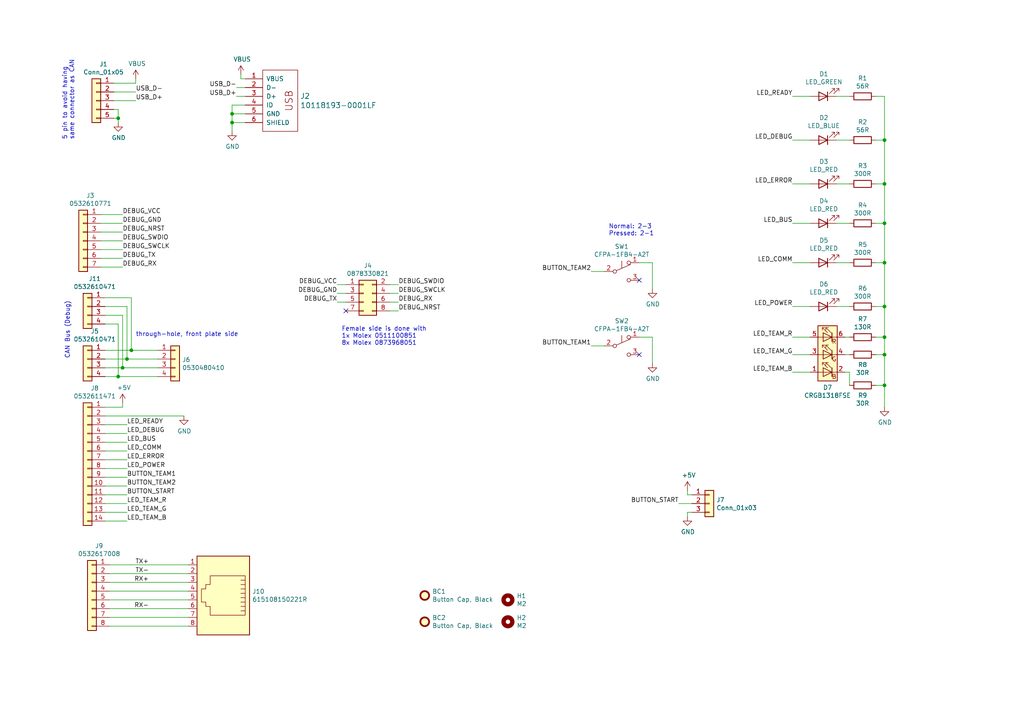
<source format=kicad_sch>
(kicad_sch (version 20230121) (generator eeschema)
  (paper "A4")
  (title_block (title "Front Panel Board") (date "2020-03-15") (rev "v1") (company "CVRA") (comment 1 "Author: Antoine Albertelli") (comment 2 "CC-BY 4.0"))
  (lib_symbols
    (symbol "Connector:RJ45" (pin_names (offset 1.016))
      (property "Reference" "J" (at -5.08 13.97 0))
      (property "Value" "RJ45" (at 2.54 13.97 0))
      (symbol "RJ45_0_1"
        (polyline (pts (xy -5.08 4.445) (xy -6.35 4.445)))
        (polyline (pts (xy -5.08 5.715) (xy -6.35 5.715)))
        (polyline (pts (xy -6.35 -3.175) (xy -5.08 -3.175) (xy -5.08 -3.175)))
        (polyline (pts (xy -6.35 -1.905) (xy -5.08 -1.905) (xy -5.08 -1.905)))
        (polyline (pts (xy -6.35 -0.635) (xy -5.08 -0.635) (xy -5.08 -0.635)))
        (polyline (pts (xy -6.35 0.635) (xy -5.08 0.635) (xy -5.08 0.635)))
        (polyline (pts (xy -6.35 1.905) (xy -5.08 1.905) (xy -5.08 1.905)))
        (polyline (pts (xy -5.08 3.175) (xy -6.35 3.175) (xy -6.35 3.175)))
        (polyline (pts (xy -6.35 -4.445) (xy -6.35 6.985) (xy 3.81 6.985) (xy 3.81 4.445) (xy 5.08 4.445) (xy 5.08 3.175) (xy 6.35 3.175) (xy 6.35 -0.635) (xy 5.08 -0.635) (xy 5.08 -1.905) (xy 3.81 -1.905) (xy 3.81 -4.445) (xy -6.35 -4.445) (xy -6.35 -4.445)))
        (rectangle (start 7.62 12.7) (end -7.62 -10.16) (stroke (width 0.254)) (fill (type background)))
      )
      (symbol "RJ45_1_1"
        (pin passive line (at 10.16 -7.62 180) (length 2.54) (name "~") (number "1"))
        (pin passive line (at 10.16 -5.08 180) (length 2.54) (name "~") (number "2"))
        (pin passive line (at 10.16 -2.54 180) (length 2.54) (name "~") (number "3"))
        (pin passive line (at 10.16 0 180) (length 2.54) (name "~") (number "4"))
        (pin passive line (at 10.16 2.54 180) (length 2.54) (name "~") (number "5"))
        (pin passive line (at 10.16 5.08 180) (length 2.54) (name "~") (number "6"))
        (pin passive line (at 10.16 7.62 180) (length 2.54) (name "~") (number "7"))
        (pin passive line (at 10.16 10.16 180) (length 2.54) (name "~") (number "8"))
      )
    )
    (symbol "Connector_Generic:Conn_01x03" (pin_names (offset 1.016) hide)
      (property "Reference" "J" (at 0 5.08 0))
      (property "Value" "Conn_01x03" (at 0 -5.08 0))
      (symbol "Conn_01x03_1_1"
        (rectangle (start -1.27 -2.413) (end 0 -2.667) (stroke (width 0.1524)))
        (rectangle (start -1.27 0.127) (end 0 -0.127) (stroke (width 0.1524)))
        (rectangle (start -1.27 2.667) (end 0 2.413) (stroke (width 0.1524)))
        (rectangle (start -1.27 3.81) (end 1.27 -3.81) (stroke (width 0.254)) (fill (type background)))
        (pin passive line (at -5.08 2.54 0) (length 3.81) (name "Pin_1") (number "1"))
        (pin passive line (at -5.08 0 0) (length 3.81) (name "Pin_2") (number "2"))
        (pin passive line (at -5.08 -2.54 0) (length 3.81) (name "Pin_3") (number "3"))
      )
    )
    (symbol "Connector_Generic:Conn_01x04" (pin_names (offset 1.016) hide)
      (property "Reference" "J" (at 0 5.08 0))
      (property "Value" "Conn_01x04" (at 0 -7.62 0))
      (symbol "Conn_01x04_1_1"
        (rectangle (start -1.27 -4.953) (end 0 -5.207) (stroke (width 0.1524)))
        (rectangle (start -1.27 -2.413) (end 0 -2.667) (stroke (width 0.1524)))
        (rectangle (start -1.27 0.127) (end 0 -0.127) (stroke (width 0.1524)))
        (rectangle (start -1.27 2.667) (end 0 2.413) (stroke (width 0.1524)))
        (rectangle (start -1.27 3.81) (end 1.27 -6.35) (stroke (width 0.254)) (fill (type background)))
        (pin passive line (at -5.08 2.54 0) (length 3.81) (name "Pin_1") (number "1"))
        (pin passive line (at -5.08 0 0) (length 3.81) (name "Pin_2") (number "2"))
        (pin passive line (at -5.08 -2.54 0) (length 3.81) (name "Pin_3") (number "3"))
        (pin passive line (at -5.08 -5.08 0) (length 3.81) (name "Pin_4") (number "4"))
      )
    )
    (symbol "Connector_Generic:Conn_01x05" (pin_names (offset 1.016) hide)
      (property "Reference" "J" (at 0 7.62 0))
      (property "Value" "Conn_01x05" (at 0 -7.62 0))
      (symbol "Conn_01x05_1_1"
        (rectangle (start -1.27 -4.953) (end 0 -5.207) (stroke (width 0.1524)))
        (rectangle (start -1.27 -2.413) (end 0 -2.667) (stroke (width 0.1524)))
        (rectangle (start -1.27 0.127) (end 0 -0.127) (stroke (width 0.1524)))
        (rectangle (start -1.27 2.667) (end 0 2.413) (stroke (width 0.1524)))
        (rectangle (start -1.27 5.207) (end 0 4.953) (stroke (width 0.1524)))
        (rectangle (start -1.27 6.35) (end 1.27 -6.35) (stroke (width 0.254)) (fill (type background)))
        (pin passive line (at -5.08 5.08 0) (length 3.81) (name "Pin_1") (number "1"))
        (pin passive line (at -5.08 2.54 0) (length 3.81) (name "Pin_2") (number "2"))
        (pin passive line (at -5.08 0 0) (length 3.81) (name "Pin_3") (number "3"))
        (pin passive line (at -5.08 -2.54 0) (length 3.81) (name "Pin_4") (number "4"))
        (pin passive line (at -5.08 -5.08 0) (length 3.81) (name "Pin_5") (number "5"))
      )
    )
    (symbol "Connector_Generic:Conn_01x07" (pin_names (offset 1.016) hide)
      (property "Reference" "J" (at 0 10.16 0))
      (property "Value" "Conn_01x07" (at 0 -10.16 0))
      (symbol "Conn_01x07_1_1"
        (rectangle (start -1.27 -7.493) (end 0 -7.747) (stroke (width 0.1524)))
        (rectangle (start -1.27 -4.953) (end 0 -5.207) (stroke (width 0.1524)))
        (rectangle (start -1.27 -2.413) (end 0 -2.667) (stroke (width 0.1524)))
        (rectangle (start -1.27 0.127) (end 0 -0.127) (stroke (width 0.1524)))
        (rectangle (start -1.27 2.667) (end 0 2.413) (stroke (width 0.1524)))
        (rectangle (start -1.27 5.207) (end 0 4.953) (stroke (width 0.1524)))
        (rectangle (start -1.27 7.747) (end 0 7.493) (stroke (width 0.1524)))
        (rectangle (start -1.27 8.89) (end 1.27 -8.89) (stroke (width 0.254)) (fill (type background)))
        (pin passive line (at -5.08 7.62 0) (length 3.81) (name "Pin_1") (number "1"))
        (pin passive line (at -5.08 5.08 0) (length 3.81) (name "Pin_2") (number "2"))
        (pin passive line (at -5.08 2.54 0) (length 3.81) (name "Pin_3") (number "3"))
        (pin passive line (at -5.08 0 0) (length 3.81) (name "Pin_4") (number "4"))
        (pin passive line (at -5.08 -2.54 0) (length 3.81) (name "Pin_5") (number "5"))
        (pin passive line (at -5.08 -5.08 0) (length 3.81) (name "Pin_6") (number "6"))
        (pin passive line (at -5.08 -7.62 0) (length 3.81) (name "Pin_7") (number "7"))
      )
    )
    (symbol "Connector_Generic:Conn_01x08" (pin_names (offset 1.016) hide)
      (property "Reference" "J" (at 0 10.16 0))
      (property "Value" "Conn_01x08" (at 0 -12.7 0))
      (symbol "Conn_01x08_1_1"
        (rectangle (start -1.27 -10.033) (end 0 -10.287) (stroke (width 0.1524)))
        (rectangle (start -1.27 -7.493) (end 0 -7.747) (stroke (width 0.1524)))
        (rectangle (start -1.27 -4.953) (end 0 -5.207) (stroke (width 0.1524)))
        (rectangle (start -1.27 -2.413) (end 0 -2.667) (stroke (width 0.1524)))
        (rectangle (start -1.27 0.127) (end 0 -0.127) (stroke (width 0.1524)))
        (rectangle (start -1.27 2.667) (end 0 2.413) (stroke (width 0.1524)))
        (rectangle (start -1.27 5.207) (end 0 4.953) (stroke (width 0.1524)))
        (rectangle (start -1.27 7.747) (end 0 7.493) (stroke (width 0.1524)))
        (rectangle (start -1.27 8.89) (end 1.27 -11.43) (stroke (width 0.254)) (fill (type background)))
        (pin passive line (at -5.08 7.62 0) (length 3.81) (name "Pin_1") (number "1"))
        (pin passive line (at -5.08 5.08 0) (length 3.81) (name "Pin_2") (number "2"))
        (pin passive line (at -5.08 2.54 0) (length 3.81) (name "Pin_3") (number "3"))
        (pin passive line (at -5.08 0 0) (length 3.81) (name "Pin_4") (number "4"))
        (pin passive line (at -5.08 -2.54 0) (length 3.81) (name "Pin_5") (number "5"))
        (pin passive line (at -5.08 -5.08 0) (length 3.81) (name "Pin_6") (number "6"))
        (pin passive line (at -5.08 -7.62 0) (length 3.81) (name "Pin_7") (number "7"))
        (pin passive line (at -5.08 -10.16 0) (length 3.81) (name "Pin_8") (number "8"))
      )
    )
    (symbol "Connector_Generic:Conn_01x14" (pin_names (offset 1.016) hide)
      (property "Reference" "J" (at 0 17.78 0))
      (property "Value" "Conn_01x14" (at 0 -20.32 0))
      (symbol "Conn_01x14_1_1"
        (rectangle (start -1.27 -17.653) (end 0 -17.907) (stroke (width 0.1524)))
        (rectangle (start -1.27 -15.113) (end 0 -15.367) (stroke (width 0.1524)))
        (rectangle (start -1.27 -12.573) (end 0 -12.827) (stroke (width 0.1524)))
        (rectangle (start -1.27 -10.033) (end 0 -10.287) (stroke (width 0.1524)))
        (rectangle (start -1.27 -7.493) (end 0 -7.747) (stroke (width 0.1524)))
        (rectangle (start -1.27 -4.953) (end 0 -5.207) (stroke (width 0.1524)))
        (rectangle (start -1.27 -2.413) (end 0 -2.667) (stroke (width 0.1524)))
        (rectangle (start -1.27 0.127) (end 0 -0.127) (stroke (width 0.1524)))
        (rectangle (start -1.27 2.667) (end 0 2.413) (stroke (width 0.1524)))
        (rectangle (start -1.27 5.207) (end 0 4.953) (stroke (width 0.1524)))
        (rectangle (start -1.27 7.747) (end 0 7.493) (stroke (width 0.1524)))
        (rectangle (start -1.27 10.287) (end 0 10.033) (stroke (width 0.1524)))
        (rectangle (start -1.27 12.827) (end 0 12.573) (stroke (width 0.1524)))
        (rectangle (start -1.27 15.367) (end 0 15.113) (stroke (width 0.1524)))
        (rectangle (start -1.27 16.51) (end 1.27 -19.05) (stroke (width 0.254)) (fill (type background)))
        (pin passive line (at -5.08 15.24 0) (length 3.81) (name "Pin_1") (number "1"))
        (pin passive line (at -5.08 -7.62 0) (length 3.81) (name "Pin_10") (number "10"))
        (pin passive line (at -5.08 -10.16 0) (length 3.81) (name "Pin_11") (number "11"))
        (pin passive line (at -5.08 -12.7 0) (length 3.81) (name "Pin_12") (number "12"))
        (pin passive line (at -5.08 -15.24 0) (length 3.81) (name "Pin_13") (number "13"))
        (pin passive line (at -5.08 -17.78 0) (length 3.81) (name "Pin_14") (number "14"))
        (pin passive line (at -5.08 12.7 0) (length 3.81) (name "Pin_2") (number "2"))
        (pin passive line (at -5.08 10.16 0) (length 3.81) (name "Pin_3") (number "3"))
        (pin passive line (at -5.08 7.62 0) (length 3.81) (name "Pin_4") (number "4"))
        (pin passive line (at -5.08 5.08 0) (length 3.81) (name "Pin_5") (number "5"))
        (pin passive line (at -5.08 2.54 0) (length 3.81) (name "Pin_6") (number "6"))
        (pin passive line (at -5.08 0 0) (length 3.81) (name "Pin_7") (number "7"))
        (pin passive line (at -5.08 -2.54 0) (length 3.81) (name "Pin_8") (number "8"))
        (pin passive line (at -5.08 -5.08 0) (length 3.81) (name "Pin_9") (number "9"))
      )
    )
    (symbol "Connector_Generic:Conn_02x04_Odd_Even" (pin_names (offset 1.016) hide)
      (property "Reference" "J" (at 1.27 5.08 0))
      (property "Value" "Conn_02x04_Odd_Even" (at 1.27 -7.62 0))
      (symbol "Conn_02x04_Odd_Even_1_1"
        (rectangle (start -1.27 -4.953) (end 0 -5.207) (stroke (width 0.1524)))
        (rectangle (start -1.27 -2.413) (end 0 -2.667) (stroke (width 0.1524)))
        (rectangle (start -1.27 0.127) (end 0 -0.127) (stroke (width 0.1524)))
        (rectangle (start -1.27 2.667) (end 0 2.413) (stroke (width 0.1524)))
        (rectangle (start -1.27 3.81) (end 3.81 -6.35) (stroke (width 0.254)) (fill (type background)))
        (rectangle (start 3.81 -4.953) (end 2.54 -5.207) (stroke (width 0.1524)))
        (rectangle (start 3.81 -2.413) (end 2.54 -2.667) (stroke (width 0.1524)))
        (rectangle (start 3.81 0.127) (end 2.54 -0.127) (stroke (width 0.1524)))
        (rectangle (start 3.81 2.667) (end 2.54 2.413) (stroke (width 0.1524)))
        (pin passive line (at -5.08 2.54 0) (length 3.81) (name "Pin_1") (number "1"))
        (pin passive line (at 7.62 2.54 180) (length 3.81) (name "Pin_2") (number "2"))
        (pin passive line (at -5.08 0 0) (length 3.81) (name "Pin_3") (number "3"))
        (pin passive line (at 7.62 0 180) (length 3.81) (name "Pin_4") (number "4"))
        (pin passive line (at -5.08 -2.54 0) (length 3.81) (name "Pin_5") (number "5"))
        (pin passive line (at 7.62 -2.54 180) (length 3.81) (name "Pin_6") (number "6"))
        (pin passive line (at -5.08 -5.08 0) (length 3.81) (name "Pin_7") (number "7"))
        (pin passive line (at 7.62 -5.08 180) (length 3.81) (name "Pin_8") (number "8"))
      )
    )
    (symbol "Device:LED" (pin_numbers hide) (pin_names (offset 1.016) hide)
      (property "Reference" "D" (at 0 2.54 0))
      (property "Value" "LED" (at 0 -2.54 0))
      (symbol "LED_0_1"
        (polyline (pts (xy -1.27 -1.27) (xy -1.27 1.27)) (stroke (width 0.254)))
        (polyline (pts (xy -1.27 0) (xy 1.27 0)))
        (polyline (pts (xy 1.27 -1.27) (xy 1.27 1.27) (xy -1.27 0) (xy 1.27 -1.27)) (stroke (width 0.254)))
        (polyline (pts (xy -3.048 -0.762) (xy -4.572 -2.286) (xy -3.81 -2.286) (xy -4.572 -2.286) (xy -4.572 -1.524)))
        (polyline (pts (xy -1.778 -0.762) (xy -3.302 -2.286) (xy -2.54 -2.286) (xy -3.302 -2.286) (xy -3.302 -1.524)))
      )
      (symbol "LED_1_1"
        (pin passive line (at -3.81 0 0) (length 2.54) (name "K") (number "1"))
        (pin passive line (at 3.81 0 180) (length 2.54) (name "A") (number "2"))
      )
    )
    (symbol "Device:R" (pin_numbers hide) (pin_names (offset 0))
      (property "Reference" "R" (at 2.032 0 90))
      (property "Value" "R" (at 0 0 90))
      (symbol "R_0_1"
        (rectangle (start -1.016 -2.54) (end 1.016 2.54) (stroke (width 0.254)))
      )
      (symbol "R_1_1"
        (pin passive line (at 0 3.81 270) (length 1.27) (name "~") (number "1"))
        (pin passive line (at 0 -3.81 90) (length 1.27) (name "~") (number "2"))
      )
    )
    (symbol "Mechanical:Fiducial"
      (property "Reference" "FID" (at 0 5.08 0))
      (property "Value" "Fiducial" (at 0 3.175 0))
      (symbol "Fiducial_0_1"
        (circle (center 0 0) (radius 1.27) (stroke (width 0.508)) (fill (type background)))
      )
    )
    (symbol "Mechanical:MountingHole" (pin_names (offset 1.016))
      (property "Reference" "H" (at 0 5.08 0))
      (property "Value" "MountingHole" (at 0 3.175 0))
      (symbol "MountingHole_0_1"
        (circle (center 0 0) (radius 1.27) (stroke (width 1.27)))
      )
    )
    (symbol "Switch:SW_Push_SPDT" (pin_names (offset 0) hide)
      (property "Reference" "SW" (at 0 4.318 0))
      (property "Value" "SW_Push_SPDT" (at 0 -5.08 0))
      (symbol "SW_Push_SPDT_0_0"
        (circle (center -2.032 0) (radius 0.508))
        (polyline (pts (xy 0 1.016) (xy 0 3.048)))
        (circle (center 2.032 -2.54) (radius 0.508))
      )
      (symbol "SW_Push_SPDT_0_1"
        (polyline (pts (xy -1.524 0.254) (xy 2.54 2.032)))
        (circle (center 2.032 2.54) (radius 0.508))
      )
      (symbol "SW_Push_SPDT_1_1"
        (pin passive line (at 5.08 2.54 180) (length 2.54) (name "A") (number "1"))
        (pin passive line (at -5.08 0 0) (length 2.54) (name "B") (number "2"))
        (pin passive line (at 5.08 -2.54 180) (length 2.54) (name "C") (number "3"))
      )
    )
    (symbol "front-panel-board-rescue:10118193-0001LF-cvracon" (pin_names (offset 1.016))
      (property "Reference" "CONN" (at 0 10.16 0))
      (property "Value" "cvracon_10118193-0001LF" (at 1.27 -10.16 0))
      (symbol "10118193-0001LF-cvracon_0_0"
        (text "USB" (at 3.81 0 900) (effects (font (size 2.032 2.032))))
      )
      (symbol "10118193-0001LF-cvracon_0_1"
        (rectangle (start -3.81 8.89) (end 6.35 -8.89))
      )
      (symbol "10118193-0001LF-cvracon_1_1"
        (pin power_out line (at -8.89 6.35 0) (length 5.08) (name "VBUS") (number "1"))
        (pin bidirectional line (at -8.89 3.81 0) (length 5.08) (name "D-") (number "2"))
        (pin bidirectional line (at -8.89 1.27 0) (length 5.08) (name "D+") (number "3"))
        (pin output line (at -8.89 -1.27 0) (length 5.08) (name "ID") (number "4"))
        (pin power_out line (at -8.89 -3.81 0) (length 5.08) (name "GND") (number "5"))
        (pin passive line (at -8.89 -6.35 0) (length 5.08) (name "SHIELD") (number "6"))
      )
    )
    (symbol "front-panel-board-rescue:CRGB1318FSE-led_rgb" (pin_names (offset 0) hide)
      (property "Reference" "D" (at 0 9.398 0))
      (property "Value" "led_rgb_CRGB1318FSE" (at 0 -8.89 0))
      (symbol "CRGB1318FSE-led_rgb_0_0"
        (text "B" (at -1.905 -6.35 0) (effects (font (size 1.27 1.27))))
        (text "G" (at -1.905 -1.27 0) (effects (font (size 1.27 1.27))))
        (text "R" (at -1.905 3.81 0) (effects (font (size 1.27 1.27))))
      )
      (symbol "CRGB1318FSE-led_rgb_0_1"
        (polyline (pts (xy -1.27 -5.08) (xy -2.54 -5.08)))
        (polyline (pts (xy -1.27 -5.08) (xy 1.27 -5.08)))
        (polyline (pts (xy -1.27 -3.81) (xy -1.27 -6.35)))
        (polyline (pts (xy -1.27 -3.81) (xy -1.27 -6.35)) (stroke (width 0.2032)))
        (polyline (pts (xy -1.27 0) (xy -2.54 0)))
        (polyline (pts (xy -1.27 1.27) (xy -1.27 -1.27)) (stroke (width 0.2032)))
        (polyline (pts (xy -1.27 5.08) (xy -2.54 5.08)))
        (polyline (pts (xy -1.27 5.08) (xy 1.27 5.08)))
        (polyline (pts (xy -1.27 6.35) (xy -1.27 3.81)) (stroke (width 0.2032)))
        (polyline (pts (xy 1.27 -5.08) (xy 2.54 -5.08)))
        (polyline (pts (xy 1.27 0) (xy -1.27 0)))
        (polyline (pts (xy 1.27 0) (xy 2.54 0)))
        (polyline (pts (xy 1.27 5.08) (xy 2.54 5.08)))
        (polyline (pts (xy -1.27 1.27) (xy -1.27 -1.27) (xy -1.27 -1.27)))
        (polyline (pts (xy -1.27 6.35) (xy -1.27 3.81) (xy -1.27 3.81)))
        (polyline (pts (xy 1.27 -3.81) (xy 1.27 -6.35) (xy -1.27 -5.08) (xy 1.27 -3.81)) (stroke (width 0.2032)))
        (polyline (pts (xy 1.27 1.27) (xy 1.27 -1.27) (xy -1.27 0) (xy 1.27 1.27)) (stroke (width 0.2032)))
        (polyline (pts (xy 1.27 6.35) (xy 1.27 3.81) (xy -1.27 5.08) (xy 1.27 6.35)) (stroke (width 0.2032)))
        (polyline (pts (xy -1.016 -3.81) (xy 0.508 -2.286) (xy -0.254 -2.286) (xy 0.508 -2.286) (xy 0.508 -3.048)))
        (polyline (pts (xy -1.016 1.27) (xy 0.508 2.794) (xy -0.254 2.794) (xy 0.508 2.794) (xy 0.508 2.032)))
        (polyline (pts (xy -1.016 6.35) (xy 0.508 7.874) (xy -0.254 7.874) (xy 0.508 7.874) (xy 0.508 7.112)))
        (polyline (pts (xy 0 -3.81) (xy 1.524 -2.286) (xy 0.762 -2.286) (xy 1.524 -2.286) (xy 1.524 -3.048)))
        (polyline (pts (xy 0 1.27) (xy 1.524 2.794) (xy 0.762 2.794) (xy 1.524 2.794) (xy 1.524 2.032)))
        (polyline (pts (xy 0 6.35) (xy 1.524 7.874) (xy 0.762 7.874) (xy 1.524 7.874) (xy 1.524 7.112)))
        (rectangle (start 1.27 -1.27) (end 1.27 1.27))
        (rectangle (start 1.27 1.27) (end 1.27 1.27))
        (rectangle (start 1.27 3.81) (end 1.27 6.35))
        (rectangle (start 1.27 6.35) (end 1.27 6.35))
        (rectangle (start 2.794 8.382) (end -2.794 -7.62) (stroke (width 0.254)) (fill (type background)))
      )
      (symbol "CRGB1318FSE-led_rgb_1_1"
        (pin passive line (at 5.08 -5.08 180) (length 2.54) (name "BA") (number "1"))
        (pin passive line (at -5.08 -5.08 0) (length 2.54) (name "BK") (number "2"))
        (pin passive line (at 5.08 0 180) (length 2.54) (name "GA") (number "3"))
        (pin passive line (at -5.08 0 0) (length 2.54) (name "GK") (number "4"))
        (pin passive line (at 5.08 5.08 180) (length 2.54) (name "RA") (number "5"))
        (pin passive line (at -5.08 5.08 0) (length 2.54) (name "RK") (number "6"))
      )
    )
    (symbol "power:+5V" (power) (pin_names (offset 0))
      (property "Value" "+5V" (at 0 3.556 0))
      (symbol "+5V_0_1"
        (polyline (pts (xy -0.762 1.27) (xy 0 2.54)))
        (polyline (pts (xy 0 0) (xy 0 2.54)))
        (polyline (pts (xy 0 2.54) (xy 0.762 1.27)))
      )
      (symbol "+5V_1_1"
        (pin power_in line (at 0 0 90) (length 0) hide (name "+5V") (number "1"))
      )
    )
    (symbol "power:GND" (power) (pin_names (offset 0))
      (property "Value" "GND" (at 0 -3.81 0))
      (symbol "GND_0_1"
        (polyline (pts (xy 0 0) (xy 0 -1.27) (xy 1.27 -1.27) (xy 0 -2.54) (xy -1.27 -1.27) (xy 0 -1.27)))
      )
      (symbol "GND_1_1"
        (pin power_in line (at 0 0 270) (length 0) hide (name "GND") (number "1"))
      )
    )
    (symbol "power:VBUS" (power) (pin_names (offset 0))
      (property "Value" "VBUS" (at 0 3.81 0))
      (symbol "VBUS_0_1"
        (polyline (pts (xy -0.762 1.27) (xy 0 2.54)))
        (polyline (pts (xy 0 0) (xy 0 2.54)))
        (polyline (pts (xy 0 2.54) (xy 0.762 1.27)))
      )
      (symbol "VBUS_1_1"
        (pin power_in line (at 0 0 90) (length 0) hide (name "VBUS") (number "1"))
      )
    )
  )
  (junction (at 256.54 102.87))
  (junction (at 256.54 64.77))
  (junction (at 256.54 53.34))
  (junction (at 256.54 88.9))
  (junction (at 256.54 76.2))
  (junction (at 67.31 35.56))
  (junction (at 256.54 40.64))
  (junction (at 256.54 111.76))
  (junction (at 38.1 101.6))
  (junction (at 67.31 33.02))
  (junction (at 256.54 97.79))
  (junction (at 34.29 34.29))
  (junction (at 36.83 104.14))
  (junction (at 35.56 106.68))
  (junction (at 34.29 109.22))
  (no_connect (at 185.42 81.28))
  (no_connect (at 185.42 102.87))
  (no_connect (at 100.33 90.17))
  (wire (pts (xy 242.57 40.64) (xy 246.38 40.64)))
  (wire (pts (xy 200.66 148.59) (xy 199.39 148.59)))
  (wire (pts (xy 33.02 24.13) (xy 39.37 24.13)))
  (wire (pts (xy 97.79 87.63) (xy 100.33 87.63)))
  (wire (pts (xy 245.11 97.79) (xy 246.38 97.79)))
  (wire (pts (xy 30.48 88.9) (xy 36.83 88.9)))
  (wire (pts (xy 30.48 140.97) (xy 36.83 140.97)))
  (wire (pts (xy 199.39 143.51) (xy 199.39 142.24)))
  (wire (pts (xy 30.48 120.65) (xy 53.34 120.65)))
  (wire (pts (xy 256.54 88.9) (xy 256.54 76.2)))
  (wire (pts (xy 34.29 109.22) (xy 30.48 109.22)))
  (wire (pts (xy 234.95 102.87) (xy 229.87 102.87)))
  (wire (pts (xy 254 76.2) (xy 256.54 76.2)))
  (wire (pts (xy 54.61 168.91) (xy 31.75 168.91)))
  (wire (pts (xy 29.21 72.39) (xy 35.56 72.39)))
  (wire (pts (xy 189.23 76.2) (xy 189.23 83.82)))
  (wire (pts (xy 33.02 29.21) (xy 39.37 29.21)))
  (wire (pts (xy 229.87 88.9) (xy 234.95 88.9)))
  (wire (pts (xy 31.75 163.83) (xy 54.61 163.83)))
  (wire (pts (xy 35.56 91.44) (xy 35.56 106.68)))
  (wire (pts (xy 246.38 107.95) (xy 245.11 107.95)))
  (wire (pts (xy 71.12 35.56) (xy 67.31 35.56)))
  (wire (pts (xy 229.87 40.64) (xy 234.95 40.64)))
  (wire (pts (xy 30.48 128.27) (xy 36.83 128.27)))
  (wire (pts (xy 31.75 181.61) (xy 54.61 181.61)))
  (wire (pts (xy 256.54 76.2) (xy 256.54 64.77)))
  (wire (pts (xy 30.48 138.43) (xy 36.83 138.43)))
  (wire (pts (xy 38.1 101.6) (xy 45.72 101.6)))
  (wire (pts (xy 242.57 27.94) (xy 246.38 27.94)))
  (wire (pts (xy 189.23 97.79) (xy 189.23 105.41)))
  (wire (pts (xy 171.45 100.33) (xy 175.26 100.33)))
  (wire (pts (xy 242.57 53.34) (xy 246.38 53.34)))
  (wire (pts (xy 45.72 109.22) (xy 34.29 109.22)))
  (wire (pts (xy 30.48 101.6) (xy 38.1 101.6)))
  (wire (pts (xy 33.02 34.29) (xy 34.29 34.29)))
  (wire (pts (xy 33.02 26.67) (xy 39.37 26.67)))
  (wire (pts (xy 30.48 130.81) (xy 36.83 130.81)))
  (wire (pts (xy 35.56 74.93) (xy 29.21 74.93)))
  (wire (pts (xy 35.56 69.85) (xy 29.21 69.85)))
  (wire (pts (xy 30.48 146.05) (xy 36.83 146.05)))
  (wire (pts (xy 171.45 78.74) (xy 175.26 78.74)))
  (wire (pts (xy 97.79 85.09) (xy 100.33 85.09)))
  (wire (pts (xy 234.95 76.2) (xy 229.87 76.2)))
  (wire (pts (xy 229.87 27.94) (xy 234.95 27.94)))
  (wire (pts (xy 35.56 118.11) (xy 35.56 116.84)))
  (wire (pts (xy 229.87 97.79) (xy 234.95 97.79)))
  (wire (pts (xy 254 102.87) (xy 256.54 102.87)))
  (wire (pts (xy 29.21 67.31) (xy 35.56 67.31)))
  (wire (pts (xy 254 88.9) (xy 256.54 88.9)))
  (wire (pts (xy 67.31 33.02) (xy 67.31 35.56)))
  (wire (pts (xy 36.83 88.9) (xy 36.83 104.14)))
  (wire (pts (xy 200.66 143.51) (xy 199.39 143.51)))
  (wire (pts (xy 67.31 30.48) (xy 67.31 33.02)))
  (wire (pts (xy 113.03 82.55) (xy 115.57 82.55)))
  (wire (pts (xy 33.02 31.75) (xy 34.29 31.75)))
  (wire (pts (xy 35.56 106.68) (xy 45.72 106.68)))
  (wire (pts (xy 242.57 64.77) (xy 246.38 64.77)))
  (wire (pts (xy 254 97.79) (xy 256.54 97.79)))
  (wire (pts (xy 29.21 64.77) (xy 35.56 64.77)))
  (wire (pts (xy 185.42 76.2) (xy 189.23 76.2)))
  (wire (pts (xy 246.38 111.76) (xy 246.38 107.95)))
  (wire (pts (xy 30.48 123.19) (xy 36.83 123.19)))
  (wire (pts (xy 29.21 62.23) (xy 35.56 62.23)))
  (wire (pts (xy 71.12 25.4) (xy 68.58 25.4)))
  (wire (pts (xy 69.85 22.86) (xy 69.85 21.59)))
  (wire (pts (xy 31.75 166.37) (xy 54.61 166.37)))
  (wire (pts (xy 54.61 179.07) (xy 31.75 179.07)))
  (wire (pts (xy 97.79 82.55) (xy 100.33 82.55)))
  (wire (pts (xy 31.75 171.45) (xy 54.61 171.45)))
  (wire (pts (xy 256.54 64.77) (xy 256.54 53.34)))
  (wire (pts (xy 185.42 97.79) (xy 189.23 97.79)))
  (wire (pts (xy 256.54 27.94) (xy 254 27.94)))
  (wire (pts (xy 67.31 35.56) (xy 67.31 38.1)))
  (wire (pts (xy 30.48 133.35) (xy 36.83 133.35)))
  (wire (pts (xy 256.54 111.76) (xy 256.54 118.11)))
  (wire (pts (xy 45.72 104.14) (xy 36.83 104.14)))
  (wire (pts (xy 254 40.64) (xy 256.54 40.64)))
  (wire (pts (xy 30.48 118.11) (xy 35.56 118.11)))
  (wire (pts (xy 256.54 102.87) (xy 256.54 111.76)))
  (wire (pts (xy 71.12 22.86) (xy 69.85 22.86)))
  (wire (pts (xy 254 111.76) (xy 256.54 111.76)))
  (wire (pts (xy 113.03 85.09) (xy 115.57 85.09)))
  (wire (pts (xy 234.95 53.34) (xy 229.87 53.34)))
  (wire (pts (xy 30.48 86.36) (xy 38.1 86.36)))
  (wire (pts (xy 36.83 104.14) (xy 30.48 104.14)))
  (wire (pts (xy 34.29 93.98) (xy 34.29 109.22)))
  (wire (pts (xy 256.54 97.79) (xy 256.54 102.87)))
  (wire (pts (xy 71.12 30.48) (xy 67.31 30.48)))
  (wire (pts (xy 30.48 125.73) (xy 36.83 125.73)))
  (wire (pts (xy 196.85 146.05) (xy 200.66 146.05)))
  (wire (pts (xy 254 53.34) (xy 256.54 53.34)))
  (wire (pts (xy 34.29 34.29) (xy 34.29 35.56)))
  (wire (pts (xy 30.48 143.51) (xy 36.83 143.51)))
  (wire (pts (xy 30.48 93.98) (xy 34.29 93.98)))
  (wire (pts (xy 39.37 24.13) (xy 39.37 22.86)))
  (wire (pts (xy 68.58 27.94) (xy 71.12 27.94)))
  (wire (pts (xy 113.03 87.63) (xy 115.57 87.63)))
  (wire (pts (xy 30.48 106.68) (xy 35.56 106.68)))
  (wire (pts (xy 31.75 176.53) (xy 54.61 176.53)))
  (wire (pts (xy 34.29 31.75) (xy 34.29 34.29)))
  (wire (pts (xy 256.54 53.34) (xy 256.54 40.64)))
  (wire (pts (xy 30.48 135.89) (xy 36.83 135.89)))
  (wire (pts (xy 245.11 102.87) (xy 246.38 102.87)))
  (wire (pts (xy 113.03 90.17) (xy 115.57 90.17)))
  (wire (pts (xy 234.95 107.95) (xy 229.87 107.95)))
  (wire (pts (xy 229.87 64.77) (xy 234.95 64.77)))
  (wire (pts (xy 242.57 88.9) (xy 246.38 88.9)))
  (wire (pts (xy 38.1 86.36) (xy 38.1 101.6)))
  (wire (pts (xy 256.54 40.64) (xy 256.54 27.94)))
  (wire (pts (xy 30.48 151.13) (xy 36.83 151.13)))
  (wire (pts (xy 71.12 33.02) (xy 67.31 33.02)))
  (wire (pts (xy 30.48 91.44) (xy 35.56 91.44)))
  (wire (pts (xy 29.21 77.47) (xy 35.56 77.47)))
  (wire (pts (xy 199.39 148.59) (xy 199.39 149.86)))
  (wire (pts (xy 242.57 76.2) (xy 246.38 76.2)))
  (wire (pts (xy 254 64.77) (xy 256.54 64.77)))
  (wire (pts (xy 36.83 148.59) (xy 30.48 148.59)))
  (wire (pts (xy 54.61 173.99) (xy 31.75 173.99)))
  (wire (pts (xy 256.54 88.9) (xy 256.54 97.79)))
  (text "5 pin to avoid having\nsame connector as CAN" (at 21.59 40.64 90) (effects (font (size 1.27 1.27)) (justify left bottom)))
  (text "Female side is done with\n1x Molex 0511100851\n8x Molex 0873968051" (at 99.06 100.33 0) (effects (font (size 1.27 1.27)) (justify left bottom)))
  (text "Normal: 2-3\nPressed: 2-1" (at 176.53 68.58 0) (effects (font (size 1.27 1.27)) (justify left bottom)))
  (text "CAN Bus (Debug)" (at 20.32 104.14 90) (effects (font (size 1.27 1.27)) (justify left bottom)))
  (text "through-hole, front plate side" (at 39.37 97.79 0) (effects (font (size 1.27 1.27)) (justify left bottom)))
  (label "DEBUG_TX" (at 35.56 74.93 0))
  (label "BUTTON_TEAM2" (at 36.83 140.97 0))
  (label "DEBUG_SWDIO" (at 115.57 82.55 0))
  (label "LED_TEAM_B" (at 229.87 107.95 180))
  (label "DEBUG_VCC" (at 35.56 62.23 0))
  (label "BUTTON_TEAM1" (at 171.45 100.33 180))
  (label "LED_POWER" (at 36.83 135.89 0))
  (label "USB_D+" (at 39.37 29.21 0))
  (label "LED_BUS" (at 229.87 64.77 180))
  (label "TX+" (at 43.18 163.83 180))
  (label "TX-" (at 43.18 166.37 180))
  (label "LED_TEAM_R" (at 36.83 146.05 0))
  (label "BUTTON_START" (at 36.83 143.51 0))
  (label "BUTTON_TEAM1" (at 36.83 138.43 0))
  (label "LED_DEBUG" (at 36.83 125.73 0))
  (label "USB_D+" (at 68.58 27.94 180))
  (label "RX-" (at 43.18 176.53 180))
  (label "LED_TEAM_B" (at 36.83 151.13 0))
  (label "LED_ERROR" (at 36.83 133.35 0))
  (label "LED_BUS" (at 36.83 128.27 0))
  (label "DEBUG_GND" (at 97.79 85.09 180))
  (label "LED_ERROR" (at 229.87 53.34 180))
  (label "BUTTON_TEAM2" (at 171.45 78.74 180))
  (label "LED_DEBUG" (at 229.87 40.64 180))
  (label "LED_COMM" (at 229.87 76.2 180))
  (label "LED_TEAM_G" (at 36.83 148.59 0))
  (label "LED_READY" (at 229.87 27.94 180))
  (label "DEBUG_TX" (at 97.79 87.63 180))
  (label "DEBUG_SWDIO" (at 35.56 69.85 0))
  (label "LED_TEAM_G" (at 229.87 102.87 180))
  (label "DEBUG_RX" (at 35.56 77.47 0))
  (label "USB_D-" (at 39.37 26.67 0))
  (label "LED_READY" (at 36.83 123.19 0))
  (label "USB_D-" (at 68.58 25.4 180))
  (label "BUTTON_START" (at 196.85 146.05 180))
  (label "DEBUG_NRST" (at 115.57 90.17 0))
  (label "RX+" (at 43.18 168.91 180))
  (label "LED_COMM" (at 36.83 130.81 0))
  (label "DEBUG_SWCLK" (at 35.56 72.39 0))
  (label "DEBUG_VCC" (at 97.79 82.55 180))
  (label "LED_POWER" (at 229.87 88.9 180))
  (label "LED_TEAM_R" (at 229.87 97.79 180))
  (label "DEBUG_NRST" (at 35.56 67.31 0))
  (label "DEBUG_SWCLK" (at 115.57 85.09 0))
  (label "DEBUG_GND" (at 35.56 64.77 0))
  (label "DEBUG_RX" (at 115.57 87.63 0))
  (symbol (lib_id "power:GND") (at 67.31 38.1 0) (unit 1)
    (property "Reference" "#PWR04" (effects hide))
    (property "Value" "GND" (at 67.437 42.4942 0))
  )
  (symbol (lib_id "power:GND") (at 34.29 35.56 0) (unit 1)
    (property "Reference" "#PWR03" (effects hide))
    (property "Value" "GND" (at 34.417 39.9542 0))
  )
  (symbol (lib_id "Device:LED") (at 238.76 27.94 180) (unit 1)
    (property "Reference" "D1" (at 238.9378 21.463 0))
    (property "Value" "LED_GREEN" (at 238.9378 23.7744 0))
    (property "Footprint" "_LED_SMD:LED_0603_RightAngle" (effects hide))
    (property "Datasheet" "https://media.digikey.com/pdf/Data%20Sheets/Lite-On%20PDFs/LTST-S270GKT.pdf" (effects hide))
    (property "digikey#" "160-1475-1-ND" (effects hide))
  )
  (symbol (lib_id "Device:R") (at 250.19 27.94 270) (unit 1)
    (property "Reference" "R1" (at 250.19 22.6822 90))
    (property "Value" "56R" (at 250.19 24.9936 90))
    (property "Footprint" "Resistor_SMD:R_0603_1608Metric_Pad1.05x0.95mm_HandSolder" (effects hide))
    (property "digikey#" "311-56.0HRCT-ND" (effects hide))
  )
  (symbol (lib_id "Device:LED") (at 238.76 40.64 180) (unit 1)
    (property "Reference" "D2" (at 238.9378 34.163 0))
    (property "Value" "LED_BLUE" (at 238.9378 36.4744 0))
    (property "Footprint" "_LED_SMD:LED_0603_RightAngle" (effects hide))
    (property "Datasheet" "http://www.inolux-corp.com/datasheet/SMDLED/Mono%20Color%20Side%20View/IN-S63AS%20Series_V1.0.pdf" (effects hide))
    (property "digikey#" "1830-1029-1-ND" (effects hide))
  )
  (symbol (lib_id "Device:R") (at 250.19 40.64 270) (unit 1)
    (property "Reference" "R2" (at 250.19 35.3822 90))
    (property "Value" "56R" (at 250.19 37.6936 90))
    (property "Footprint" "Resistor_SMD:R_0603_1608Metric_Pad1.05x0.95mm_HandSolder" (effects hide))
  )
  (symbol (lib_id "Device:LED") (at 238.76 53.34 180) (unit 1)
    (property "Reference" "D3" (at 238.9378 46.863 0))
    (property "Value" "LED_RED" (at 238.9378 49.1744 0))
    (property "Footprint" "_LED_SMD:LED_0603_RightAngle" (effects hide))
    (property "Datasheet" "http://optoelectronics.liteon.com/upload/download/DS22-2000-210/LTST-S270KRKT.pdf" (effects hide))
    (property "digikey#" "160-1479-1-ND" (effects hide))
  )
  (symbol (lib_id "Device:LED") (at 238.76 64.77 180) (unit 1)
    (property "Reference" "D4" (at 238.9378 58.293 0))
    (property "Value" "LED_RED" (at 238.9378 60.6044 0))
    (property "Footprint" "_LED_SMD:LED_0603_RightAngle" (effects hide))
    (property "Datasheet" "http://optoelectronics.liteon.com/upload/download/DS22-2000-209/LTST-S270KFKT.pdf" (effects hide))
  )
  (symbol (lib_id "Device:R") (at 250.19 53.34 270) (unit 1)
    (property "Reference" "R3" (at 250.19 48.0822 90))
    (property "Value" "300R" (at 250.19 50.3936 90))
    (property "Footprint" "Resistor_SMD:R_0603_1608Metric_Pad1.05x0.95mm_HandSolder" (effects hide))
    (property "digikey#" "311-300HRCT-ND" (effects hide))
  )
  (symbol (lib_id "Device:R") (at 250.19 64.77 270) (unit 1)
    (property "Reference" "R4" (at 250.19 59.5122 90))
    (property "Value" "300R" (at 250.19 61.8236 90))
    (property "Footprint" "Resistor_SMD:R_0603_1608Metric_Pad1.05x0.95mm_HandSolder" (effects hide))
  )
  (symbol (lib_id "Device:LED") (at 238.76 76.2 180) (unit 1)
    (property "Reference" "D5" (at 238.9378 69.723 0))
    (property "Value" "LED_RED" (at 238.9378 72.0344 0))
    (property "Footprint" "_LED_SMD:LED_0603_RightAngle" (effects hide))
    (property "Datasheet" "http://optoelectronics.liteon.com/upload/download/DS22-2000-209/LTST-S270KFKT.pdf" (effects hide))
  )
  (symbol (lib_id "Device:R") (at 250.19 76.2 270) (unit 1)
    (property "Reference" "R5" (at 250.19 70.9422 90))
    (property "Value" "300R" (at 250.19 73.2536 90))
    (property "Footprint" "Resistor_SMD:R_0603_1608Metric_Pad1.05x0.95mm_HandSolder" (effects hide))
  )
  (symbol (lib_id "Device:LED") (at 238.76 88.9 180) (unit 1)
    (property "Reference" "D6" (at 238.9378 82.423 0))
    (property "Value" "LED_RED" (at 238.9378 84.7344 0))
    (property "Footprint" "_LED_SMD:LED_0603_RightAngle" (effects hide))
    (property "Datasheet" "http://optoelectronics.liteon.com/upload/download/DS22-2000-209/LTST-S270KFKT.pdf" (effects hide))
  )
  (symbol (lib_id "Device:R") (at 250.19 88.9 270) (unit 1)
    (property "Reference" "R6" (at 250.19 83.6422 90))
    (property "Value" "300R" (at 250.19 85.9536 90))
    (property "Footprint" "Resistor_SMD:R_0603_1608Metric_Pad1.05x0.95mm_HandSolder" (effects hide))
  )
  (symbol (lib_id "power:+5V") (at 35.56 116.84 0) (unit 1)
    (property "Reference" "#PWR08" (effects hide))
    (property "Value" "+5V" (at 35.941 112.4458 0))
  )
  (symbol (lib_id "power:GND") (at 53.34 120.65 0) (unit 1)
    (property "Reference" "#PWR09" (effects hide))
    (property "Value" "GND" (at 53.467 125.0442 0))
  )
  (symbol (lib_id "Connector_Generic:Conn_01x03") (at 205.74 146.05 0) (unit 1)
    (property "Reference" "J7" (at 207.772 144.9832 0) (effects (justify left)))
    (property "Value" "Conn_01x03" (at 207.772 147.2946 0) (effects (justify left)))
    (property "Footprint" "Connector_Molex:Molex_PicoBlade_53261-0371_1x03-1MP_P1.25mm_Horizontal" (effects hide))
    (property "digikey#" "WM7621CT-ND" (effects hide))
  )
  (symbol (lib_id "power:+5V") (at 199.39 142.24 0) (unit 1)
    (property "Reference" "#PWR010" (effects hide))
    (property "Value" "+5V" (at 199.771 137.8458 0))
  )
  (symbol (lib_id "power:GND") (at 199.39 149.86 0) (unit 1)
    (property "Reference" "#PWR011" (effects hide))
    (property "Value" "GND" (at 199.517 154.2542 0))
  )
  (symbol (lib_id "Connector:RJ45") (at 64.77 171.45 180) (unit 1)
    (property "Reference" "J10" (at 73.152 171.5516 0) (effects (justify right)))
    (property "Value" "615108150221R" (at 73.152 173.863 0) (effects (justify right)))
    (property "Footprint" "_connectors:615108150221R_Ethernet_MiddleMount" (effects hide))
    (property "digikey#" "732-13727-1-ND" (effects hide))
  )
  (symbol (lib_id "Connector_Generic:Conn_01x08") (at 26.67 171.45 0) (mirror y) (unit 1)
    (property "Reference" "J9" (at 28.7528 158.3182 0))
    (property "Value" "0532617008" (at 28.7528 160.6296 0))
    (property "Footprint" "Connector_Molex:Molex_PicoBlade_53261-0871_1x08-1MP_P1.25mm_Horizontal" (effects hide))
    (property "digikey#" "WM26501CT-ND" (effects hide))
  )
  (symbol (lib_id "Switch:SW_Push_SPDT") (at 180.34 78.74 0) (unit 1)
    (property "Reference" "SW1" (at 180.34 71.501 0))
    (property "Value" "CFPA-1FB4-A2T" (at 180.34 73.8124 0))
    (property "Footprint" "_switches:CFPA-1FB4-A2T" (effects hide))
    (property "Datasheet" "https://www.nidec-copal-electronics.com/e/catalog/switch/cfpa.pdf" (effects hide))
    (property "digikey#" "563-1246-1-ND" (effects hide))
  )
  (symbol (lib_id "Mechanical:Fiducial") (at 123.19 172.72 0) (unit 1)
    (property "Reference" "BC1" (at 125.349 171.5516 0) (effects (justify left)))
    (property "Value" "Button Cap, Black" (at 125.349 173.863 0) (effects (justify left)))
    (property "digikey#" "563-1179-ND" (effects hide))
  )
  (symbol (lib_id "power:GND") (at 189.23 83.82 0) (unit 1)
    (property "Reference" "#PWR05" (effects hide))
    (property "Value" "GND" (at 189.357 88.2142 0))
  )
  (symbol (lib_id "Switch:SW_Push_SPDT") (at 180.34 100.33 0) (unit 1)
    (property "Reference" "SW2" (at 180.34 93.091 0))
    (property "Value" "CFPA-1FB4-A2T" (at 180.34 95.4024 0))
    (property "Footprint" "_switches:CFPA-1FB4-A2T" (effects hide))
    (property "Datasheet" "https://www.nidec-copal-electronics.com/e/catalog/switch/cfpa.pdf" (effects hide))
    (property "digikey#" "563-1246-1-ND" (effects hide))
  )
  (symbol (lib_id "Mechanical:Fiducial") (at 123.19 180.34 0) (unit 1)
    (property "Reference" "BC2" (at 125.349 179.1716 0) (effects (justify left)))
    (property "Value" "Button Cap, Black" (at 125.349 181.483 0) (effects (justify left)))
    (property "digikey#" "563-1179-ND" (effects hide))
  )
  (symbol (lib_id "power:GND") (at 189.23 105.41 0) (unit 1)
    (property "Reference" "#PWR07" (effects hide))
    (property "Value" "GND" (at 189.357 109.8042 0))
  )
  (symbol (lib_id "Connector_Generic:Conn_01x04") (at 50.8 104.14 0) (unit 1)
    (property "Reference" "J6" (at 52.832 104.3432 0) (effects (justify left)))
    (property "Value" "0530480410" (at 52.832 106.6546 0) (effects (justify left)))
    (property "Footprint" "_connectors:Molex-PicoBlade-4-Edge" (effects hide))
    (property "digikey#" "WM1744-ND" (effects hide))
  )
  (symbol (lib_id "Connector_Generic:Conn_01x04") (at 25.4 104.14 0) (mirror y) (unit 1)
    (property "Reference" "J5" (at 27.4828 96.0882 0))
    (property "Value" "0532610471" (at 27.4828 98.3996 0))
    (property "Footprint" "Connector_Molex:Molex_PicoBlade_53261-0471_1x04-1MP_P1.25mm_Horizontal" (effects hide))
    (property "digikey#" "WM7622TR-ND" (effects hide))
  )
  (symbol (lib_id "Connector_Generic:Conn_01x14") (at 25.4 133.35 0) (mirror y) (unit 1)
    (property "Reference" "J8" (at 27.4828 112.5982 0))
    (property "Value" "0532611471" (at 27.4828 114.9096 0))
    (property "Footprint" "Connector_Molex:Molex_PicoBlade_53261-1471_1x14-1MP_P1.25mm_Horizontal" (effects hide))
    (property "digikey#" "WM7631CT-ND" (effects hide))
  )
  (symbol (lib_id "Connector_Generic:Conn_02x04_Odd_Even") (at 105.41 85.09 0) (unit 1)
    (property "Reference" "J4" (at 106.68 77.0382 0))
    (property "Value" "0878330821" (at 106.68 79.3496 0))
    (property "Footprint" "_connectors:0878330821_02x03_pin_header" (effects hide))
    (property "digikey#" "WM23634-ND" (effects hide))
  )
  (symbol (lib_id "Connector_Generic:Conn_01x07") (at 24.13 69.85 0) (mirror y) (unit 1)
    (property "Reference" "J3" (at 26.2128 56.7182 0))
    (property "Value" "0532610771" (at 26.2128 59.0296 0))
    (property "Footprint" "Connector_Molex:Molex_PicoBlade_53261-0771_1x07-1MP_P1.25mm_Horizontal" (effects hide))
    (property "digikey#" "WM7625CT-ND" (effects hide))
  )
  (symbol (lib_id "Mechanical:MountingHole") (at 147.32 173.99 0) (unit 1)
    (property "Reference" "H1" (at 149.86 172.8216 0) (effects (justify left)))
    (property "Value" "M2" (at 149.86 175.133 0) (effects (justify left)))
    (property "Footprint" "MountingHole:MountingHole_2.2mm_M2_ISO14580" (effects hide))
    (property "DNP" "1" (effects hide))
  )
  (symbol (lib_id "Mechanical:MountingHole") (at 147.32 180.34 0) (unit 1)
    (property "Reference" "H2" (at 149.86 179.1716 0) (effects (justify left)))
    (property "Value" "M2" (at 149.86 181.483 0) (effects (justify left)))
    (property "Footprint" "MountingHole:MountingHole_2.2mm_M2_ISO14580" (effects hide))
    (property "DNP" "1" (effects hide))
  )
  (symbol (lib_id "power:VBUS") (at 39.37 22.86 0) (unit 1)
    (property "Reference" "#PWR01" (effects hide))
    (property "Value" "VBUS" (at 39.751 18.4658 0))
  )
  (symbol (lib_id "power:VBUS") (at 69.85 21.59 0) (unit 1)
    (property "Reference" "#PWR02" (effects hide))
    (property "Value" "VBUS" (at 70.231 17.1958 0))
  )
  (symbol (lib_id "Device:R") (at 250.19 97.79 270) (unit 1)
    (property "Reference" "R7" (at 250.19 92.5322 90))
    (property "Value" "130R" (at 250.19 94.8436 90))
    (property "Footprint" "Resistor_SMD:R_0603_1608Metric_Pad1.05x0.95mm_HandSolder" (effects hide))
    (property "digikey#" "311-130HRCT-ND" (effects hide))
  )
  (symbol (lib_id "Device:R") (at 250.19 102.87 270) (unit 1)
    (property "Reference" "R8" (at 250.19 105.791 90))
    (property "Value" "30R" (at 250.19 108.1024 90))
    (property "Footprint" "Resistor_SMD:R_0603_1608Metric_Pad1.05x0.95mm_HandSolder" (effects hide))
    (property "digikey#" "311-30.0HRCT-ND" (effects hide))
  )
  (symbol (lib_id "Device:R") (at 250.19 111.76 270) (unit 1)
    (property "Reference" "R9" (at 250.19 114.681 90))
    (property "Value" "30R" (at 250.19 116.9924 90))
    (property "Footprint" "Resistor_SMD:R_0603_1608Metric_Pad1.05x0.95mm_HandSolder" (effects hide))
  )
  (symbol (lib_id "front-panel-board-rescue:CRGB1318FSE-led_rgb") (at 240.03 102.87 0) (mirror y) (unit 1)
    (property "Reference" "D7" (at 240.03 112.395 0))
    (property "Value" "CRGB1318FSE" (at 240.03 114.7064 0))
    (property "Footprint" "_led_rgb:CRGB1318FSE-TM" (effects hide))
    (property "Datasheet" "http://www.stanley-components.com/php/downloaddatafile.php?rp=0,CRGB1318FSE-TM_e.pdf" (effects hide))
    (property "digikey#" "404-1264-1-ND" (effects hide))
  )
  (symbol (lib_id "power:GND") (at 256.54 118.11 0) (unit 1)
    (property "Reference" "#PWR0101" (effects hide))
    (property "Value" "GND" (at 256.667 122.5042 0))
  )
  (symbol (lib_id "Connector_Generic:Conn_01x04") (at 25.4 88.9 0) (mirror y) (unit 1)
    (property "Reference" "J11" (at 27.4828 80.8482 0))
    (property "Value" "0532610471" (at 27.4828 83.1596 0))
    (property "Footprint" "Connector_Molex:Molex_PicoBlade_53261-0471_1x04-1MP_P1.25mm_Horizontal" (effects hide))
    (property "digikey#" "WM7622TR-ND" (effects hide))
  )
  (symbol (lib_id "Connector_Generic:Conn_01x05") (at 27.94 29.21 0) (mirror y) (unit 1)
    (property "Reference" "J1" (at 30.0228 18.6182 0))
    (property "Value" "Conn_01x05" (at 30.0228 20.9296 0))
    (property "Footprint" "Connector_Molex:Molex_PicoBlade_53261-0571_1x05-1MP_P1.25mm_Horizontal" (effects hide))
    (property "digikey#" "WM7623CT-ND" (effects hide))
  )
  (symbol (lib_id "front-panel-board-rescue:10118193-0001LF-cvracon") (at 80.01 29.21 0) (unit 1)
    (property "Reference" "J2" (at 87.0712 27.8638 0) (effects (font (size 1.524 1.524)) (justify left)))
    (property "Value" "10118193-0001LF" (at 87.0712 30.5562 0) (effects (font (size 1.524 1.524)) (justify left)))
    (property "Footprint" "_connectors:_Micro-USB-AB-receptacle-SMT-th-no-slot" (effects hide))
    (property "Datasheet" "http://www.amphenol-icc.com/media/wysiwyg/files/drawing/10118193.pdf" (effects hide))
    (property "digikey#" "609-4616-1-ND" (effects hide))
  )
)
</source>
